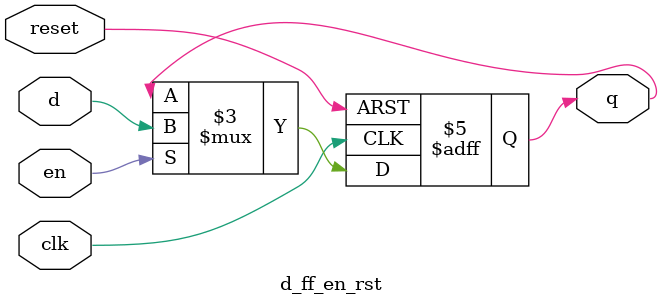
<source format=v>
module d_ff_en_rst(input d, clk, en, reset, output reg q);
always @(posedge clk or negedge reset) begin
if (!reset) begin
q <= 1'b0;
end
else if (en) begin
q <= d;
end
end
endmodule

</source>
